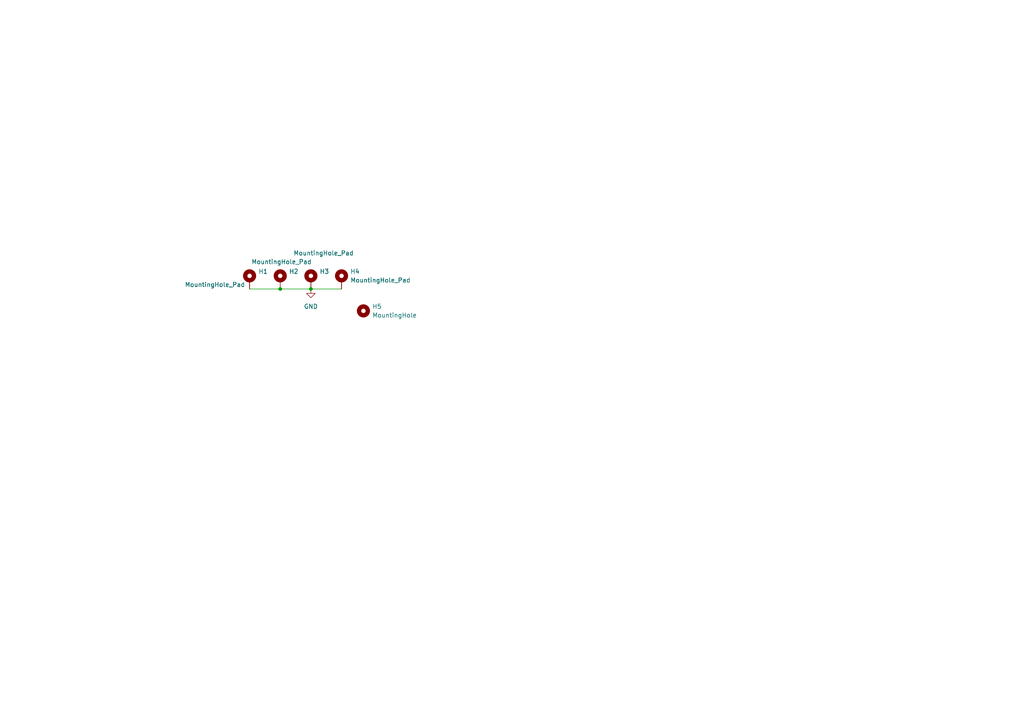
<source format=kicad_sch>
(kicad_sch (version 20250114) (generator "eeschema") (generator_version "9.0")
  (paper "A4")
  (title_block (date "2025-10-15"))
  (lib_symbols
    (symbol "Mechanical:MountingHole" (pin_names (offset 1.016)) (in_bom no)
      (property "Reference" "H" (at 0 5.08 0))
      (property "Value" "MountingHole" (at 0 3.175 0))
      (symbol "MountingHole_0_1"
        (circle (center 0 0) (radius 1.27) (stroke (width 1.27)))
      )
    )
    (symbol "Mechanical:MountingHole_Pad" (pin_numbers (hide yes)) (pin_names (offset 1.016) (hide yes)) (in_bom no)
      (property "Reference" "H" (at 0 6.35 0))
      (property "Value" "MountingHole_Pad" (at 0 4.445 0))
      (symbol "MountingHole_Pad_0_1"
        (circle (center 0 1.27) (radius 1.27) (stroke (width 1.27)))
      )
      (symbol "MountingHole_Pad_1_1"
        (pin input line (at 0 -2.54 90) (length 2.54) (name "1") (number "1"))
      )
    )
    (symbol "power:GND" (power) (pin_numbers (hide yes)) (pin_names (offset 0) (hide yes))
      (property "Value" "GND" (at 0 -3.81 0))
      (symbol "GND_0_1"
        (polyline (pts (xy 0 0) (xy 0 -1.27) (xy 1.27 -1.27) (xy 0 -2.54) (xy -1.27 -1.27) (xy 0 -1.27)))
      )
      (symbol "GND_1_1"
        (pin power_in line (at 0 0 270) (length 0) (name "~") (number "1"))
      )
    )
  )
  (junction (at 90.17 83.82))
  (junction (at 81.28 83.82))
  (wire (pts (xy 90.17 83.82) (xy 99.06 83.82)))
  (wire (pts (xy 72.39 83.82) (xy 81.28 83.82)))
  (wire (pts (xy 81.28 83.82) (xy 90.17 83.82)))
  (symbol (lib_id "power:GND") (at 90.17 83.82 0) (unit 1)
    (property "Reference" "#PWR01" (effects (hide yes)))
    (property "Value" "GND" (at 90.17 88.9 0))
    (property "Description" "Power symbol creates a global label with name \"GND\" , ground" (effects (hide yes)))
  )
  (symbol (lib_id "Mechanical:MountingHole_Pad") (at 99.06 81.28 0) (unit 1) (in_bom no)
    (property "Reference" "H4" (at 101.6 78.7399 0) (effects (justify left)))
    (property "Value" "MountingHole_Pad" (at 101.6 81.2799 0) (effects (justify left)))
    (property "Footprint" "MountingHole:MountingHole_3.2mm_M3_ISO7380_Pad" (effects (hide yes)))
    (property "Description" "Mounting Hole with connection" (effects (hide yes)))
  )
  (symbol (lib_id "Mechanical:MountingHole_Pad") (at 90.17 81.28 0) (unit 1) (in_bom no)
    (property "Reference" "H3" (at 92.71 78.7399 0) (effects (justify left)))
    (property "Value" "MountingHole_Pad" (at 85.09 73.406 0) (effects (justify left)))
    (property "Footprint" "MountingHole:MountingHole_3.2mm_M3_ISO7380_Pad" (effects (hide yes)))
    (property "Description" "Mounting Hole with connection" (effects (hide yes)))
  )
  (symbol (lib_id "Mechanical:MountingHole") (at 105.41 90.17 0) (unit 1) (in_bom no)
    (property "Reference" "H5" (at 107.95 88.8999 0) (effects (justify left)))
    (property "Value" "MountingHole" (at 107.95 91.4399 0) (effects (justify left)))
    (property "Footprint" "MountingHole:MountingHole_2.7mm_M2.5" (effects (hide yes)))
    (property "Description" "Mounting Hole without connection" (effects (hide yes)))
  )
  (symbol (lib_id "Mechanical:MountingHole_Pad") (at 72.39 81.28 0) (unit 1) (in_bom no)
    (property "Reference" "H1" (at 74.93 78.7399 0) (effects (justify left)))
    (property "Value" "MountingHole_Pad" (at 53.594 82.55 0) (effects (justify left)))
    (property "Footprint" "MountingHole:MountingHole_3.2mm_M3_ISO7380_Pad" (effects (hide yes)))
    (property "Description" "Mounting Hole with connection" (effects (hide yes)))
  )
  (symbol (lib_id "Mechanical:MountingHole_Pad") (at 81.28 81.28 0) (unit 1) (in_bom no)
    (property "Reference" "H2" (at 83.82 78.7399 0) (effects (justify left)))
    (property "Value" "MountingHole_Pad" (at 72.898 75.946 0) (effects (justify left)))
    (property "Footprint" "MountingHole:MountingHole_3.2mm_M3_ISO7380_Pad" (effects (hide yes)))
    (property "Description" "Mounting Hole with connection" (effects (hide yes)))
  )
)
</source>
